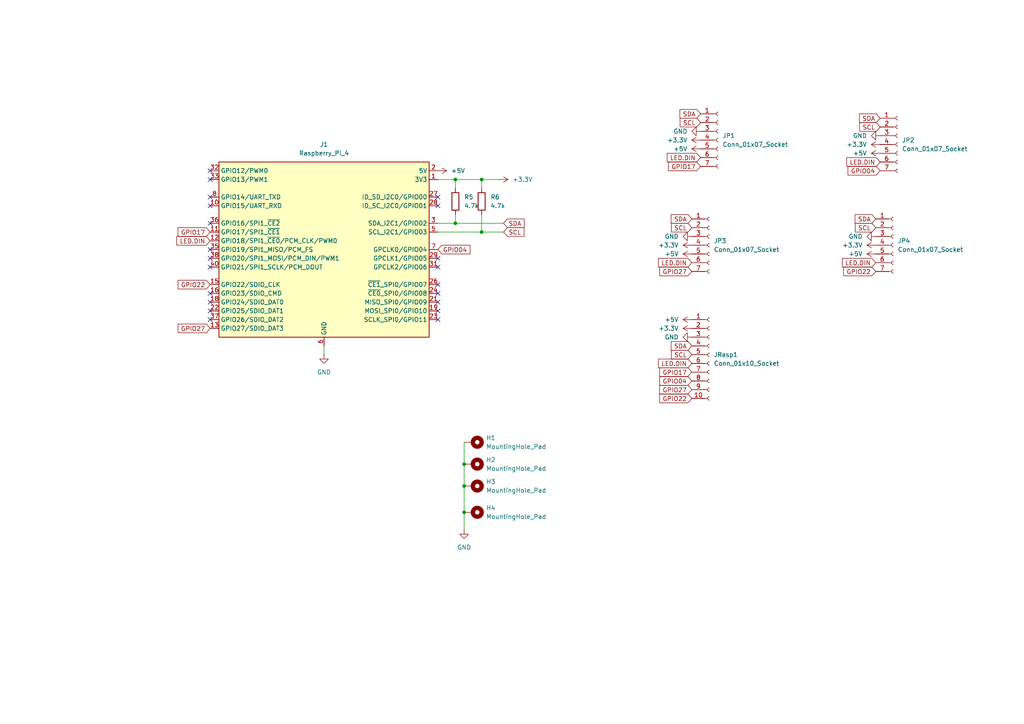
<source format=kicad_sch>
(kicad_sch (version 20250114) (generator "eeschema") (generator_version "9.0")
  (paper "A4")
  (lib_symbols
    (symbol "Connector:Conn_01x07_Socket" (pin_names (offset 1.016) (hide yes))
      (property "Reference" "J" (at 0 10.16 0))
      (property "Value" "Conn_01x07_Socket" (at 0 -10.16 0))
      (symbol "Conn_01x07_Socket_1_1"
        (polyline (pts (xy -1.27 7.62) (xy -0.508 7.62)) (stroke (width 0.1524)))
        (polyline (pts (xy -1.27 5.08) (xy -0.508 5.08)) (stroke (width 0.1524)))
        (polyline (pts (xy -1.27 2.54) (xy -0.508 2.54)) (stroke (width 0.1524)))
        (polyline (pts (xy -1.27 0) (xy -0.508 0)) (stroke (width 0.1524)))
        (polyline (pts (xy -1.27 -2.54) (xy -0.508 -2.54)) (stroke (width 0.1524)))
        (polyline (pts (xy -1.27 -5.08) (xy -0.508 -5.08)) (stroke (width 0.1524)))
        (polyline (pts (xy -1.27 -7.62) (xy -0.508 -7.62)) (stroke (width 0.1524)))
        (arc (start 0 7.112) (mid -0.5058 7.62) (end 0 8.128) (stroke (width 0.1524)))
        (arc (start 0 4.572) (mid -0.5058 5.08) (end 0 5.588) (stroke (width 0.1524)))
        (arc (start 0 2.032) (mid -0.5058 2.54) (end 0 3.048) (stroke (width 0.1524)))
        (arc (start 0 -0.508) (mid -0.5058 0) (end 0 0.508) (stroke (width 0.1524)))
        (arc (start 0 -3.048) (mid -0.5058 -2.54) (end 0 -2.032) (stroke (width 0.1524)))
        (arc (start 0 -5.588) (mid -0.5058 -5.08) (end 0 -4.572) (stroke (width 0.1524)))
        (arc (start 0 -8.128) (mid -0.5058 -7.62) (end 0 -7.112) (stroke (width 0.1524)))
        (pin passive line (at -5.08 7.62 0) (length 3.81) (name "Pin_1") (number "1"))
        (pin passive line (at -5.08 5.08 0) (length 3.81) (name "Pin_2") (number "2"))
        (pin passive line (at -5.08 2.54 0) (length 3.81) (name "Pin_3") (number "3"))
        (pin passive line (at -5.08 0 0) (length 3.81) (name "Pin_4") (number "4"))
        (pin passive line (at -5.08 -2.54 0) (length 3.81) (name "Pin_5") (number "5"))
        (pin passive line (at -5.08 -5.08 0) (length 3.81) (name "Pin_6") (number "6"))
        (pin passive line (at -5.08 -7.62 0) (length 3.81) (name "Pin_7") (number "7"))
      )
    )
    (symbol "Connector:Conn_01x10_Socket" (pin_names (offset 1.016) (hide yes))
      (property "Reference" "J" (at 0 12.7 0))
      (property "Value" "Conn_01x10_Socket" (at 0 -15.24 0))
      (symbol "Conn_01x10_Socket_1_1"
        (polyline (pts (xy -1.27 10.16) (xy -0.508 10.16)) (stroke (width 0.1524)))
        (polyline (pts (xy -1.27 7.62) (xy -0.508 7.62)) (stroke (width 0.1524)))
        (polyline (pts (xy -1.27 5.08) (xy -0.508 5.08)) (stroke (width 0.1524)))
        (polyline (pts (xy -1.27 2.54) (xy -0.508 2.54)) (stroke (width 0.1524)))
        (polyline (pts (xy -1.27 0) (xy -0.508 0)) (stroke (width 0.1524)))
        (polyline (pts (xy -1.27 -2.54) (xy -0.508 -2.54)) (stroke (width 0.1524)))
        (polyline (pts (xy -1.27 -5.08) (xy -0.508 -5.08)) (stroke (width 0.1524)))
        (polyline (pts (xy -1.27 -7.62) (xy -0.508 -7.62)) (stroke (width 0.1524)))
        (polyline (pts (xy -1.27 -10.16) (xy -0.508 -10.16)) (stroke (width 0.1524)))
        (polyline (pts (xy -1.27 -12.7) (xy -0.508 -12.7)) (stroke (width 0.1524)))
        (arc (start 0 9.652) (mid -0.5058 10.16) (end 0 10.668) (stroke (width 0.1524)))
        (arc (start 0 7.112) (mid -0.5058 7.62) (end 0 8.128) (stroke (width 0.1524)))
        (arc (start 0 4.572) (mid -0.5058 5.08) (end 0 5.588) (stroke (width 0.1524)))
        (arc (start 0 2.032) (mid -0.5058 2.54) (end 0 3.048) (stroke (width 0.1524)))
        (arc (start 0 -0.508) (mid -0.5058 0) (end 0 0.508) (stroke (width 0.1524)))
        (arc (start 0 -3.048) (mid -0.5058 -2.54) (end 0 -2.032) (stroke (width 0.1524)))
        (arc (start 0 -5.588) (mid -0.5058 -5.08) (end 0 -4.572) (stroke (width 0.1524)))
        (arc (start 0 -8.128) (mid -0.5058 -7.62) (end 0 -7.112) (stroke (width 0.1524)))
        (arc (start 0 -10.668) (mid -0.5058 -10.16) (end 0 -9.652) (stroke (width 0.1524)))
        (arc (start 0 -13.208) (mid -0.5058 -12.7) (end 0 -12.192) (stroke (width 0.1524)))
        (pin passive line (at -5.08 10.16 0) (length 3.81) (name "Pin_1") (number "1"))
        (pin passive line (at -5.08 7.62 0) (length 3.81) (name "Pin_2") (number "2"))
        (pin passive line (at -5.08 5.08 0) (length 3.81) (name "Pin_3") (number "3"))
        (pin passive line (at -5.08 2.54 0) (length 3.81) (name "Pin_4") (number "4"))
        (pin passive line (at -5.08 0 0) (length 3.81) (name "Pin_5") (number "5"))
        (pin passive line (at -5.08 -2.54 0) (length 3.81) (name "Pin_6") (number "6"))
        (pin passive line (at -5.08 -5.08 0) (length 3.81) (name "Pin_7") (number "7"))
        (pin passive line (at -5.08 -7.62 0) (length 3.81) (name "Pin_8") (number "8"))
        (pin passive line (at -5.08 -10.16 0) (length 3.81) (name "Pin_9") (number "9"))
        (pin passive line (at -5.08 -12.7 0) (length 3.81) (name "Pin_10") (number "10"))
      )
    )
    (symbol "Connector:Raspberry_Pi_4"
      (property "Reference" "J" (at -17.526 48.768 0))
      (property "Value" "Raspberry_Pi_4" (at 15.748 -26.416 0))
      (symbol "Raspberry_Pi_4_0_1"
        (rectangle (start -30.48 25.4) (end 30.48 -25.4) (stroke (width 0.254)) (fill (type background)))
      )
      (symbol "Raspberry_Pi_4_1_1"
        (pin bidirectional line (at -33.02 22.86 0) (length 2.54) (name "GPIO12/PWM0") (number "32"))
        (pin bidirectional line (at -33.02 20.32 0) (length 2.54) (name "GPIO13/PWM1") (number "33"))
        (pin bidirectional line (at -33.02 15.24 0) (length 2.54) (name "GPIO14/UART_TXD") (number "8"))
        (pin bidirectional line (at -33.02 12.7 0) (length 2.54) (name "GPIO15/UART_RXD") (number "10"))
        (pin bidirectional line (at -33.02 7.62 0) (length 2.54) (name "GPIO16/SPI1_~{CE2}") (number "36"))
        (pin bidirectional line (at -33.02 5.08 0) (length 2.54) (name "GPIO17/SPI1_~{CE1}") (number "11"))
        (pin bidirectional line (at -33.02 2.54 0) (length 2.54) (name "GPIO18/SPI1_~{CE0}/PCM_CLK/PWM0") (number "12"))
        (pin bidirectional line (at -33.02 0 0) (length 2.54) (name "GPIO19/SPI1_MISO/PCM_FS") (number "35"))
        (pin bidirectional line (at -33.02 -2.54 0) (length 2.54) (name "GPIO20/SPI1_MOSI/PCM_DIN/PWM1") (number "38"))
        (pin bidirectional line (at -33.02 -5.08 0) (length 2.54) (name "GPIO21/SPI1_SCLK/PCM_DOUT") (number "40"))
        (pin bidirectional line (at -33.02 -10.16 0) (length 2.54) (name "GPIO22/SDIO_CLK") (number "15"))
        (pin bidirectional line (at -33.02 -12.7 0) (length 2.54) (name "GPIO23/SDIO_CMD") (number "16"))
        (pin bidirectional line (at -33.02 -15.24 0) (length 2.54) (name "GPIO24/SDIO_DAT0") (number "18"))
        (pin bidirectional line (at -33.02 -17.78 0) (length 2.54) (name "GPIO25/SDIO_DAT1") (number "22"))
        (pin bidirectional line (at -33.02 -20.32 0) (length 2.54) (name "GPIO26/SDIO_DAT2") (number "37"))
        (pin bidirectional line (at -33.02 -22.86 0) (length 2.54) (name "GPIO27/SDIO_DAT3") (number "13"))
        (pin passive line (at 0 -27.94 90) (length 2.54) (hide yes) (name "GND") (number "14"))
        (pin passive line (at 0 -27.94 90) (length 2.54) (hide yes) (name "GND") (number "20"))
        (pin passive line (at 0 -27.94 90) (length 2.54) (hide yes) (name "GND") (number "25"))
        (pin passive line (at 0 -27.94 90) (length 2.54) (hide yes) (name "GND") (number "30"))
        (pin passive line (at 0 -27.94 90) (length 2.54) (hide yes) (name "GND") (number "34"))
        (pin passive line (at 0 -27.94 90) (length 2.54) (hide yes) (name "GND") (number "39"))
        (pin power_out line (at 0 -27.94 90) (length 2.54) (name "GND") (number "6"))
        (pin passive line (at 0 -27.94 90) (length 2.54) (hide yes) (name "GND") (number "9"))
        (pin power_out line (at 33.02 22.86 180) (length 2.54) (name "5V") (number "2"))
        (pin passive line (at 33.02 22.86 180) (length 2.54) (hide yes) (name "5V") (number "4"))
        (pin power_out line (at 33.02 20.32 180) (length 2.54) (name "3V3") (number "1"))
        (pin passive line (at 33.02 20.32 180) (length 2.54) (hide yes) (name "3V3") (number "17"))
        (pin bidirectional line (at 33.02 15.24 180) (length 2.54) (name "ID_SD_I2C0/GPIO00") (number "27"))
        (pin bidirectional line (at 33.02 12.7 180) (length 2.54) (name "ID_SC_I2C0/GPIO01") (number "28"))
        (pin bidirectional line (at 33.02 7.62 180) (length 2.54) (name "SDA_I2C1/GPIO02") (number "3"))
        (pin bidirectional line (at 33.02 5.08 180) (length 2.54) (name "SCL_I2C1/GPIO03") (number "5"))
        (pin bidirectional line (at 33.02 0 180) (length 2.54) (name "GPCLK0/GPIO04") (number "7"))
        (pin bidirectional line (at 33.02 -2.54 180) (length 2.54) (name "GPCLK1/GPIO05") (number "29"))
        (pin bidirectional line (at 33.02 -5.08 180) (length 2.54) (name "GPCLK2/GPIO06") (number "31"))
        (pin bidirectional line (at 33.02 -10.16 180) (length 2.54) (name "~{CE1}_SPI0/GPIO07") (number "26"))
        (pin bidirectional line (at 33.02 -12.7 180) (length 2.54) (name "~{CE0}_SPI0/GPIO08") (number "24"))
        (pin bidirectional line (at 33.02 -15.24 180) (length 2.54) (name "MISO_SPI0/GPIO09") (number "21"))
        (pin bidirectional line (at 33.02 -17.78 180) (length 2.54) (name "MOSI_SPI0/GPIO10") (number "19"))
        (pin bidirectional line (at 33.02 -20.32 180) (length 2.54) (name "SCLK_SPI0/GPIO11") (number "23"))
      )
    )
    (symbol "Device:R" (pin_numbers (hide yes)) (pin_names (offset 0))
      (property "Reference" "R" (at 2.032 0 90))
      (property "Value" "R" (at 0 0 90))
      (symbol "R_0_1"
        (rectangle (start -1.016 -2.54) (end 1.016 2.54) (stroke (width 0.254)))
      )
      (symbol "R_1_1"
        (pin passive line (at 0 3.81 270) (length 1.27) (name "~") (number "1"))
        (pin passive line (at 0 -3.81 90) (length 1.27) (name "~") (number "2"))
      )
    )
    (symbol "Mechanical:MountingHole_Pad" (pin_numbers (hide yes)) (pin_names (offset 1.016) (hide yes)) (exclude_from_sim yes) (in_bom no)
      (property "Reference" "H" (at 0 6.35 0))
      (property "Value" "MountingHole_Pad" (at 0 4.445 0))
      (symbol "MountingHole_Pad_0_1"
        (circle (center 0 1.27) (radius 1.27) (stroke (width 1.27)))
      )
      (symbol "MountingHole_Pad_1_1"
        (pin input line (at 0 -2.54 90) (length 2.54) (name "1") (number "1"))
      )
    )
    (symbol "power:+3.3V" (power) (pin_numbers (hide yes)) (pin_names (offset 0) (hide yes))
      (property "Value" "+3.3V" (at 0 3.556 0))
      (symbol "+3.3V_0_1"
        (polyline (pts (xy -0.762 1.27) (xy 0 2.54)))
        (polyline (pts (xy 0 2.54) (xy 0.762 1.27)))
        (polyline (pts (xy 0 0) (xy 0 2.54)))
      )
      (symbol "+3.3V_1_1"
        (pin power_in line (at 0 0 90) (length 0) (name "~") (number "1"))
      )
    )
    (symbol "power:+5V" (power) (pin_numbers (hide yes)) (pin_names (offset 0) (hide yes))
      (property "Value" "+5V" (at 0 3.556 0))
      (symbol "+5V_0_1"
        (polyline (pts (xy -0.762 1.27) (xy 0 2.54)))
        (polyline (pts (xy 0 2.54) (xy 0.762 1.27)))
        (polyline (pts (xy 0 0) (xy 0 2.54)))
      )
      (symbol "+5V_1_1"
        (pin power_in line (at 0 0 90) (length 0) (name "~") (number "1"))
      )
    )
    (symbol "power:GND" (power) (pin_numbers (hide yes)) (pin_names (offset 0) (hide yes))
      (property "Value" "GND" (at 0 -3.81 0))
      (symbol "GND_0_1"
        (polyline (pts (xy 0 0) (xy 0 -1.27) (xy 1.27 -1.27) (xy 0 -2.54) (xy -1.27 -1.27) (xy 0 -1.27)))
      )
      (symbol "GND_1_1"
        (pin power_in line (at 0 0 270) (length 0) (name "~") (number "1"))
      )
    )
  )
  (junction (at 132.08 52.07))
  (junction (at 132.08 64.77))
  (junction (at 134.62 148.59))
  (junction (at 134.62 140.97))
  (junction (at 134.62 134.62))
  (junction (at 139.7 52.07))
  (junction (at 139.7 67.31))
  (no_connect (at 60.96 90.17))
  (no_connect (at 60.96 64.77))
  (no_connect (at 127 59.69))
  (no_connect (at 60.96 74.93))
  (no_connect (at 60.96 87.63))
  (no_connect (at 60.96 57.15))
  (no_connect (at 60.96 59.69))
  (no_connect (at 60.96 85.09))
  (no_connect (at 127 90.17))
  (no_connect (at 60.96 92.71))
  (no_connect (at 127 74.93))
  (no_connect (at 127 77.47))
  (no_connect (at 60.96 77.47))
  (no_connect (at 60.96 52.07))
  (no_connect (at 127 82.55))
  (no_connect (at 60.96 49.53))
  (no_connect (at 127 57.15))
  (no_connect (at 127 87.63))
  (no_connect (at 127 85.09))
  (no_connect (at 127 92.71))
  (no_connect (at 60.96 72.39))
  (wire (pts (xy 139.7 67.31) (xy 127 67.31)))
  (wire (pts (xy 132.08 52.07) (xy 139.7 52.07)))
  (wire (pts (xy 134.62 148.59) (xy 134.62 153.67)))
  (wire (pts (xy 146.05 67.31) (xy 139.7 67.31)))
  (wire (pts (xy 134.62 128.27) (xy 134.62 134.62)))
  (wire (pts (xy 132.08 62.23) (xy 132.08 64.77)))
  (wire (pts (xy 93.98 100.33) (xy 93.98 102.87)))
  (wire (pts (xy 132.08 64.77) (xy 127 64.77)))
  (wire (pts (xy 132.08 52.07) (xy 132.08 54.61)))
  (wire (pts (xy 139.7 52.07) (xy 144.78 52.07)))
  (wire (pts (xy 146.05 64.77) (xy 132.08 64.77)))
  (wire (pts (xy 134.62 134.62) (xy 134.62 140.97)))
  (wire (pts (xy 139.7 54.61) (xy 139.7 52.07)))
  (wire (pts (xy 139.7 62.23) (xy 139.7 67.31)))
  (wire (pts (xy 134.62 140.97) (xy 134.62 148.59)))
  (wire (pts (xy 132.08 52.07) (xy 127 52.07)))
  (global_label "SCL" (shape input) (at 200.66 66.04 180) (property "Intersheetrefs" "${INTERSHEET_REFS}" (effects (hide yes))))
  (global_label "LED.DIN" (shape input) (at 255.27 46.99 180) (property "Intersheetrefs" "${INTERSHEET_REFS}" (effects (hide yes))))
  (global_label "GPIO27" (shape input) (at 60.96 95.25 180) (property "Intersheetrefs" "${INTERSHEET_REFS}" (effects (hide yes))))
  (global_label "LED.DIN" (shape input) (at 203.2 45.72 180) (property "Intersheetrefs" "${INTERSHEET_REFS}" (effects (hide yes))))
  (global_label "GPIO17" (shape input) (at 60.96 67.31 180) (property "Intersheetrefs" "${INTERSHEET_REFS}" (effects (hide yes))))
  (global_label "SCL" (shape input) (at 203.2 35.56 180) (property "Intersheetrefs" "${INTERSHEET_REFS}" (effects (hide yes))))
  (global_label "SDA" (shape input) (at 200.66 63.5 180) (property "Intersheetrefs" "${INTERSHEET_REFS}" (effects (hide yes))))
  (global_label "GPIO22" (shape input) (at 254 78.74 180) (property "Intersheetrefs" "${INTERSHEET_REFS}" (effects (hide yes))))
  (global_label "GPIO04" (shape input) (at 200.66 110.49 180) (property "Intersheetrefs" "${INTERSHEET_REFS}" (effects (hide yes))))
  (global_label "SCL" (shape input) (at 200.66 102.87 180) (property "Intersheetrefs" "${INTERSHEET_REFS}" (effects (hide yes))))
  (global_label "LED.DIN" (shape input) (at 254 76.2 180) (property "Intersheetrefs" "${INTERSHEET_REFS}" (effects (hide yes))))
  (global_label "SDA" (shape input) (at 254 63.5 180) (property "Intersheetrefs" "${INTERSHEET_REFS}" (effects (hide yes))))
  (global_label "LED.DIN" (shape input) (at 200.66 76.2 180) (property "Intersheetrefs" "${INTERSHEET_REFS}" (effects (hide yes))))
  (global_label "GPIO27" (shape input) (at 200.66 78.74 180) (property "Intersheetrefs" "${INTERSHEET_REFS}" (effects (hide yes))))
  (global_label "GPIO27" (shape input) (at 200.66 113.03 180) (property "Intersheetrefs" "${INTERSHEET_REFS}" (effects (hide yes))))
  (global_label "GPIO04" (shape input) (at 255.27 49.53 180) (property "Intersheetrefs" "${INTERSHEET_REFS}" (effects (hide yes))))
  (global_label "SDA" (shape input) (at 146.05 64.77 0) (property "Intersheetrefs" "${INTERSHEET_REFS}" (effects (hide yes))))
  (global_label "LED.DIN" (shape input) (at 60.96 69.85 180) (property "Intersheetrefs" "${INTERSHEET_REFS}" (effects (hide yes))))
  (global_label "LED.DIN" (shape input) (at 200.66 105.41 180) (property "Intersheetrefs" "${INTERSHEET_REFS}" (effects (hide yes))))
  (global_label "SCL" (shape input) (at 255.27 36.83 180) (property "Intersheetrefs" "${INTERSHEET_REFS}" (effects (hide yes))))
  (global_label "SCL" (shape input) (at 254 66.04 180) (property "Intersheetrefs" "${INTERSHEET_REFS}" (effects (hide yes))))
  (global_label "SDA" (shape input) (at 203.2 33.02 180) (property "Intersheetrefs" "${INTERSHEET_REFS}" (effects (hide yes))))
  (global_label "SDA" (shape input) (at 200.66 100.33 180) (property "Intersheetrefs" "${INTERSHEET_REFS}" (effects (hide yes))))
  (global_label "SCL" (shape input) (at 146.05 67.31 0) (property "Intersheetrefs" "${INTERSHEET_REFS}" (effects (hide yes))))
  (global_label "GPIO04" (shape input) (at 127 72.39 0) (property "Intersheetrefs" "${INTERSHEET_REFS}" (effects (hide yes))))
  (global_label "GPIO17" (shape input) (at 200.66 107.95 180) (property "Intersheetrefs" "${INTERSHEET_REFS}" (effects (hide yes))))
  (global_label "GPIO22" (shape input) (at 200.66 115.57 180) (property "Intersheetrefs" "${INTERSHEET_REFS}" (effects (hide yes))))
  (global_label "SDA" (shape input) (at 255.27 34.29 180) (property "Intersheetrefs" "${INTERSHEET_REFS}" (effects (hide yes))))
  (global_label "GPIO17" (shape input) (at 203.2 48.26 180) (property "Intersheetrefs" "${INTERSHEET_REFS}" (effects (hide yes))))
  (global_label "GPIO22" (shape input) (at 60.96 82.55 180) (property "Intersheetrefs" "${INTERSHEET_REFS}" (effects (hide yes))))
  (symbol (lib_id "power:GND") (at 254 68.58 270) (unit 1)
    (property "Reference" "#PWR061" (effects (hide yes)))
    (property "Value" "GND" (at 250.19 68.5799 90) (effects (justify right)))
    (property "Description" "Power symbol creates a global label with name \"GND\" , ground" (effects (hide yes)))
  )
  (symbol (lib_id "power:GND") (at 93.98 102.87 0) (unit 1)
    (property "Reference" "#PWR013" (effects (hide yes)))
    (property "Value" "GND" (at 93.98 107.95 0))
    (property "Description" "Power symbol creates a global label with name \"GND\" , ground" (effects (hide yes)))
  )
  (symbol (lib_id "power:GND") (at 134.62 153.67 0) (unit 1)
    (property "Reference" "#PWR02" (effects (hide yes)))
    (property "Value" "GND" (at 134.62 158.75 0))
    (property "Description" "Power symbol creates a global label with name \"GND\" , ground" (effects (hide yes)))
  )
  (symbol (lib_id "power:+3.3V") (at 200.66 71.12 90) (unit 1)
    (property "Reference" "#PWR059" (effects (hide yes)))
    (property "Value" "+3.3V" (at 196.85 71.1199 90) (effects (justify left)))
    (property "Description" "Power symbol creates a global label with name \"+3.3V\"" (effects (hide yes)))
  )
  (symbol (lib_id "power:GND") (at 200.66 97.79 270) (unit 1)
    (property "Reference" "#PWR06" (effects (hide yes)))
    (property "Value" "GND" (at 196.85 97.7899 90) (effects (justify right)))
    (property "Description" "Power symbol creates a global label with name \"GND\" , ground" (effects (hide yes)))
  )
  (symbol (lib_id "Mechanical:MountingHole_Pad") (at 137.16 128.27 270) (unit 1) (exclude_from_sim yes) (in_bom no)
    (property "Reference" "H1" (at 140.97 126.9999 90) (effects (justify left)))
    (property "Value" "MountingHole_Pad" (at 140.97 129.5399 90) (effects (justify left)))
    (property "Footprint" "MountingHole:MountingHole_2.7mm" (effects (hide yes)))
    (property "Description" "Mounting Hole with connection" (effects (hide yes)))
  )
  (symbol (lib_id "power:+5V") (at 200.66 92.71 90) (unit 1)
    (property "Reference" "#PWR01" (effects (hide yes)))
    (property "Value" "+5V" (at 196.85 92.7099 90) (effects (justify left)))
    (property "Description" "Power symbol creates a global label with name \"+5V\"" (effects (hide yes)))
  )
  (symbol (lib_id "Mechanical:MountingHole_Pad") (at 137.16 140.97 270) (unit 1) (exclude_from_sim yes) (in_bom no)
    (property "Reference" "H3" (at 140.97 139.6999 90) (effects (justify left)))
    (property "Value" "MountingHole_Pad" (at 140.97 142.2399 90) (effects (justify left)))
    (property "Footprint" "MountingHole:MountingHole_2.7mm" (effects (hide yes)))
    (property "Description" "Mounting Hole with connection" (effects (hide yes)))
  )
  (symbol (lib_id "power:+3.3V") (at 255.27 41.91 90) (unit 1)
    (property "Reference" "#PWR056" (effects (hide yes)))
    (property "Value" "+3.3V" (at 251.46 41.9099 90) (effects (justify left)))
    (property "Description" "Power symbol creates a global label with name \"+3.3V\"" (effects (hide yes)))
  )
  (symbol (lib_id "Connector:Conn_01x07_Socket") (at 259.08 71.12 0) (unit 1)
    (property "Reference" "JP4" (at 260.35 69.8499 0) (effects (justify left)))
    (property "Value" "Conn_01x07_Socket" (at 260.35 72.3899 0) (effects (justify left)))
    (property "Footprint" "Connector_JST:JST_VH_B7PS-VH_1x07_P3.96mm_Horizontal" (effects (hide yes)))
    (property "Description" "Generic connector, single row, 01x07, script generated" (effects (hide yes)))
  )
  (symbol (lib_id "power:+5V") (at 254 73.66 90) (unit 1)
    (property "Reference" "#PWR063" (effects (hide yes)))
    (property "Value" "+5V" (at 250.19 73.6599 90) (effects (justify left)))
    (property "Description" "Power symbol creates a global label with name \"+5V\"" (effects (hide yes)))
  )
  (symbol (lib_id "power:+3.3V") (at 144.78 52.07 270) (unit 1)
    (property "Reference" "#PWR014" (effects (hide yes)))
    (property "Value" "+3.3V" (at 148.59 52.0699 90) (effects (justify left)))
    (property "Description" "Power symbol creates a global label with name \"+3.3V\"" (effects (hide yes)))
  )
  (symbol (lib_id "Mechanical:MountingHole_Pad") (at 137.16 148.59 270) (unit 1) (exclude_from_sim yes) (in_bom no)
    (property "Reference" "H4" (at 140.97 147.3199 90) (effects (justify left)))
    (property "Value" "MountingHole_Pad" (at 140.97 149.8599 90) (effects (justify left)))
    (property "Footprint" "MountingHole:MountingHole_2.7mm" (effects (hide yes)))
    (property "Description" "Mounting Hole with connection" (effects (hide yes)))
  )
  (symbol (lib_id "power:+3.3V") (at 254 71.12 90) (unit 1)
    (property "Reference" "#PWR062" (effects (hide yes)))
    (property "Value" "+3.3V" (at 250.19 71.1199 90) (effects (justify left)))
    (property "Description" "Power symbol creates a global label with name \"+3.3V\"" (effects (hide yes)))
  )
  (symbol (lib_id "power:GND") (at 203.2 38.1 270) (unit 1)
    (property "Reference" "#PWR068" (effects (hide yes)))
    (property "Value" "GND" (at 199.39 38.0999 90) (effects (justify right)))
    (property "Description" "Power symbol creates a global label with name \"GND\" , ground" (effects (hide yes)))
  )
  (symbol (lib_id "Device:R") (at 132.08 58.42 0) (unit 1)
    (property "Reference" "R5" (at 134.62 57.1499 0) (effects (justify left)))
    (property "Value" "4.7k" (at 134.62 59.6899 0) (effects (justify left)))
    (property "Footprint" "Resistor_SMD:R_0402_1005Metric" (effects (hide yes)))
    (property "Description" "Resistor" (effects (hide yes)))
  )
  (symbol (lib_id "power:+3.3V") (at 200.66 95.25 90) (unit 1)
    (property "Reference" "#PWR04" (effects (hide yes)))
    (property "Value" "+3.3V" (at 196.85 95.2499 90) (effects (justify left)))
    (property "Description" "Power symbol creates a global label with name \"+3.3V\"" (effects (hide yes)))
  )
  (symbol (lib_id "Connector:Conn_01x10_Socket") (at 205.74 102.87 0) (unit 1)
    (property "Reference" "JRasp1" (at 207.01 102.8699 0) (effects (justify left)))
    (property "Value" "Conn_01x10_Socket" (at 207.01 105.4099 0) (effects (justify left)))
    (property "Footprint" "Connector_PinHeader_2.54mm:PinHeader_1x10_P2.54mm_Vertical" (effects (hide yes)))
    (property "Description" "Generic connector, single row, 01x10, script generated" (effects (hide yes)))
  )
  (symbol (lib_id "Device:R") (at 139.7 58.42 0) (unit 1)
    (property "Reference" "R6" (at 142.24 57.1499 0) (effects (justify left)))
    (property "Value" "4.7k" (at 142.24 59.6899 0) (effects (justify left)))
    (property "Footprint" "Resistor_SMD:R_0402_1005Metric" (effects (hide yes)))
    (property "Description" "Resistor" (effects (hide yes)))
  )
  (symbol (lib_id "Connector:Conn_01x07_Socket") (at 260.35 41.91 0) (unit 1)
    (property "Reference" "JP2" (at 261.62 40.6399 0) (effects (justify left)))
    (property "Value" "Conn_01x07_Socket" (at 261.62 43.1799 0) (effects (justify left)))
    (property "Footprint" "Connector_JST:JST_VH_B7PS-VH_1x07_P3.96mm_Horizontal" (effects (hide yes)))
    (property "Description" "Generic connector, single row, 01x07, script generated" (effects (hide yes)))
  )
  (symbol (lib_id "power:+5V") (at 255.27 44.45 90) (unit 1)
    (property "Reference" "#PWR057" (effects (hide yes)))
    (property "Value" "+5V" (at 251.46 44.4499 90) (effects (justify left)))
    (property "Description" "Power symbol creates a global label with name \"+5V\"" (effects (hide yes)))
  )
  (symbol (lib_id "Connector:Conn_01x07_Socket") (at 205.74 71.12 0) (unit 1)
    (property "Reference" "JP3" (at 207.01 69.8499 0) (effects (justify left)))
    (property "Value" "Conn_01x07_Socket" (at 207.01 72.3899 0) (effects (justify left)))
    (property "Footprint" "Connector_JST:JST_VH_B7PS-VH_1x07_P3.96mm_Horizontal" (effects (hide yes)))
    (property "Description" "Generic connector, single row, 01x07, script generated" (effects (hide yes)))
  )
  (symbol (lib_id "power:+5V") (at 203.2 43.18 90) (unit 1)
    (property "Reference" "#PWR070" (effects (hide yes)))
    (property "Value" "+5V" (at 199.39 43.1799 90) (effects (justify left)))
    (property "Description" "Power symbol creates a global label with name \"+5V\"" (effects (hide yes)))
  )
  (symbol (lib_id "power:+5V") (at 127 49.53 270) (unit 1)
    (property "Reference" "#PWR015" (effects (hide yes)))
    (property "Value" "+5V" (at 130.81 49.5299 90) (effects (justify left)))
    (property "Description" "Power symbol creates a global label with name \"+5V\"" (effects (hide yes)))
  )
  (symbol (lib_id "power:+5V") (at 200.66 73.66 90) (unit 1)
    (property "Reference" "#PWR060" (effects (hide yes)))
    (property "Value" "+5V" (at 196.85 73.6599 90) (effects (justify left)))
    (property "Description" "Power symbol creates a global label with name \"+5V\"" (effects (hide yes)))
  )
  (symbol (lib_id "power:GND") (at 200.66 68.58 270) (unit 1)
    (property "Reference" "#PWR058" (effects (hide yes)))
    (property "Value" "GND" (at 196.85 68.5799 90) (effects (justify right)))
    (property "Description" "Power symbol creates a global label with name \"GND\" , ground" (effects (hide yes)))
  )
  (symbol (lib_id "power:+3.3V") (at 203.2 40.64 90) (unit 1)
    (property "Reference" "#PWR069" (effects (hide yes)))
    (property "Value" "+3.3V" (at 199.39 40.6399 90) (effects (justify left)))
    (property "Description" "Power symbol creates a global label with name \"+3.3V\"" (effects (hide yes)))
  )
  (symbol (lib_id "power:GND") (at 255.27 39.37 270) (unit 1)
    (property "Reference" "#PWR055" (effects (hide yes)))
    (property "Value" "GND" (at 251.46 39.3699 90) (effects (justify right)))
    (property "Description" "Power symbol creates a global label with name \"GND\" , ground" (effects (hide yes)))
  )
  (symbol (lib_id "Mechanical:MountingHole_Pad") (at 137.16 134.62 270) (unit 1) (exclude_from_sim yes) (in_bom no)
    (property "Reference" "H2" (at 140.97 133.3499 90) (effects (justify left)))
    (property "Value" "MountingHole_Pad" (at 140.97 135.8899 90) (effects (justify left)))
    (property "Footprint" "MountingHole:MountingHole_2.7mm" (effects (hide yes)))
    (property "Description" "Mounting Hole with connection" (effects (hide yes)))
  )
  (symbol (lib_id "Connector:Conn_01x07_Socket") (at 208.28 40.64 0) (unit 1)
    (property "Reference" "JP1" (at 209.55 39.3699 0) (effects (justify left)))
    (property "Value" "Conn_01x07_Socket" (at 209.55 41.9099 0) (effects (justify left)))
    (property "Footprint" "Connector_JST:JST_VH_B7PS-VH_1x07_P3.96mm_Horizontal" (effects (hide yes)))
    (property "Description" "Generic connector, single row, 01x07, script generated" (effects (hide yes)))
  )
  (symbol (lib_id "Connector:Raspberry_Pi_4") (at 93.98 72.39 0) (unit 1)
    (property "Reference" "J1" (at 93.98 41.91 0))
    (property "Value" "Raspberry_Pi_4" (at 93.98 44.45 0))
    (property "Datasheet" "https://datasheets.raspberrypi.com/rpi4/raspberry-pi-4-datasheet.pdf" (effects (hide yes)))
    (property "Description" "Raspberry Pi 4 Model B" (effects (hide yes)))
  )
)
</source>
